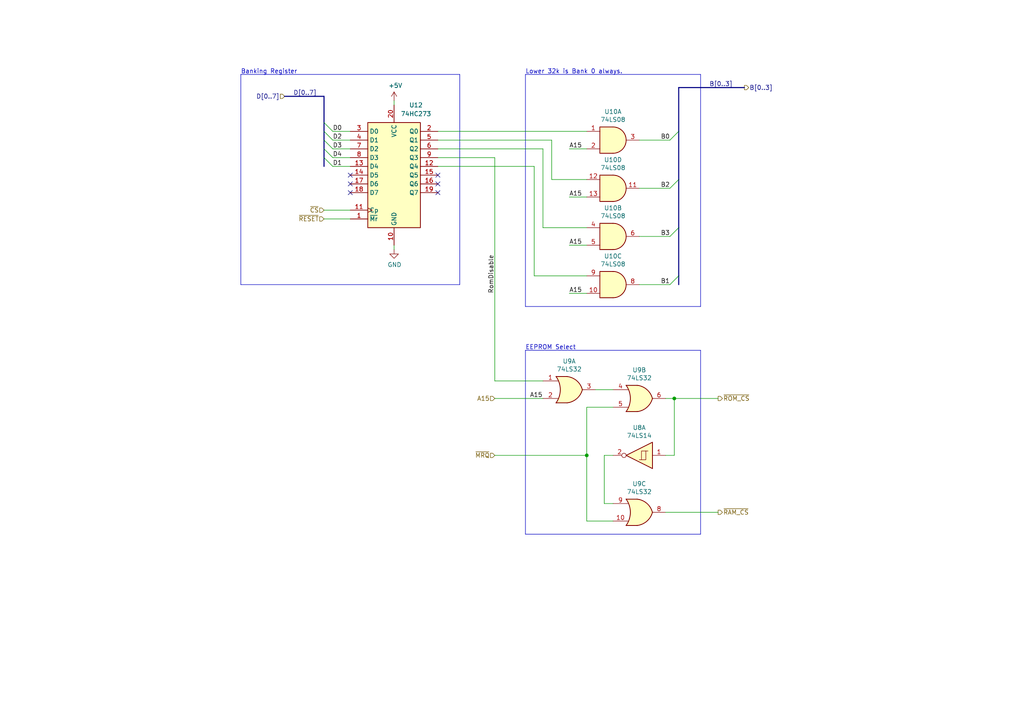
<source format=kicad_sch>
(kicad_sch (version 20230121) (generator eeschema)
  (paper "A4")
  (title_block (title "RackZ80 - Processor Board") (date "2021-03-30") (rev "1.0") (company "Jannik Kreucher"))
  (lib_symbols
    (symbol "74xx:74HC273"
      (property "Reference" "U" (at -7.62 16.51 0))
      (property "Value" "74HC273" (at -7.62 -16.51 0))
      (symbol "74HC273_1_0"
        (pin input line (at -12.7 -12.7 0) (length 5.08) (name "~{Mr}") (number "1"))
        (pin power_in line (at 0 -20.32 90) (length 5.08) (name "GND") (number "10"))
        (pin input clock (at -12.7 -10.16 0) (length 5.08) (name "Cp") (number "11"))
        (pin output line (at 12.7 2.54 180) (length 5.08) (name "Q4") (number "12"))
        (pin input line (at -12.7 2.54 0) (length 5.08) (name "D4") (number "13"))
        (pin input line (at -12.7 0 0) (length 5.08) (name "D5") (number "14"))
        (pin output line (at 12.7 0 180) (length 5.08) (name "Q5") (number "15"))
        (pin output line (at 12.7 -2.54 180) (length 5.08) (name "Q6") (number "16"))
        (pin input line (at -12.7 -2.54 0) (length 5.08) (name "D6") (number "17"))
        (pin input line (at -12.7 -5.08 0) (length 5.08) (name "D7") (number "18"))
        (pin output line (at 12.7 -5.08 180) (length 5.08) (name "Q7") (number "19"))
        (pin output line (at 12.7 12.7 180) (length 5.08) (name "Q0") (number "2"))
        (pin power_in line (at 0 20.32 270) (length 5.08) (name "VCC") (number "20"))
        (pin input line (at -12.7 12.7 0) (length 5.08) (name "D0") (number "3"))
        (pin input line (at -12.7 10.16 0) (length 5.08) (name "D1") (number "4"))
        (pin output line (at 12.7 10.16 180) (length 5.08) (name "Q1") (number "5"))
        (pin output line (at 12.7 7.62 180) (length 5.08) (name "Q2") (number "6"))
        (pin input line (at -12.7 7.62 0) (length 5.08) (name "D2") (number "7"))
        (pin input line (at -12.7 5.08 0) (length 5.08) (name "D3") (number "8"))
        (pin output line (at 12.7 5.08 180) (length 5.08) (name "Q3") (number "9"))
      )
      (symbol "74HC273_1_1"
        (rectangle (start -7.62 15.24) (end 7.62 -15.24) (stroke (width 0.254)) (fill (type background)))
      )
    )
    (symbol "74xx:74LS08" (pin_names (offset 1.016))
      (property "Reference" "U" (at 0 1.27 0))
      (property "Value" "74LS08" (at 0 -1.27 0))
      (symbol "74LS08_1_1"
        (arc (start 0 -3.81) (mid 3.7934 0) (end 0 3.81) (stroke (width 0.254)) (fill (type background)))
        (polyline (pts (xy 0 3.81) (xy -3.81 3.81) (xy -3.81 -3.81) (xy 0 -3.81)) (stroke (width 0.254)) (fill (type background)))
        (pin input line (at -7.62 2.54 0) (length 3.81) (name "~") (number "1"))
        (pin input line (at -7.62 -2.54 0) (length 3.81) (name "~") (number "2"))
        (pin output line (at 7.62 0 180) (length 3.81) (name "~") (number "3"))
      )
      (symbol "74LS08_1_2"
        (arc (start -3.81 -3.81) (mid -2.589 0) (end -3.81 3.81) (stroke (width 0.254)))
        (arc (start -0.6096 -3.81) (mid 2.1842 -2.5851) (end 3.81 0) (stroke (width 0.254)) (fill (type background)))
        (polyline (pts (xy -3.81 -3.81) (xy -0.635 -3.81)) (stroke (width 0.254)) (fill (type background)))
        (polyline (pts (xy -3.81 3.81) (xy -0.635 3.81)) (stroke (width 0.254)) (fill (type background)))
        (polyline (pts (xy -0.635 3.81) (xy -3.81 3.81) (xy -3.81 3.81) (xy -3.556 3.4036) (xy -3.0226 2.2606) (xy -2.6924 1.0414) (xy -2.6162 -0.254) (xy -2.7686 -1.4986) (xy -3.175 -2.7178) (xy -3.81 -3.81) (xy -3.81 -3.81) (xy -0.635 -3.81)) (stroke (width -25.4)) (fill (type background)))
        (arc (start 3.81 0) (mid 2.1915 2.5936) (end -0.6096 3.81) (stroke (width 0.254)) (fill (type background)))
        (pin input inverted (at -7.62 2.54 0) (length 4.318) (name "~") (number "1"))
        (pin input inverted (at -7.62 -2.54 0) (length 4.318) (name "~") (number "2"))
        (pin output inverted (at 7.62 0 180) (length 3.81) (name "~") (number "3"))
      )
      (symbol "74LS08_2_1"
        (arc (start 0 -3.81) (mid 3.7934 0) (end 0 3.81) (stroke (width 0.254)) (fill (type background)))
        (polyline (pts (xy 0 3.81) (xy -3.81 3.81) (xy -3.81 -3.81) (xy 0 -3.81)) (stroke (width 0.254)) (fill (type background)))
        (pin input line (at -7.62 2.54 0) (length 3.81) (name "~") (number "4"))
        (pin input line (at -7.62 -2.54 0) (length 3.81) (name "~") (number "5"))
        (pin output line (at 7.62 0 180) (length 3.81) (name "~") (number "6"))
      )
      (symbol "74LS08_2_2"
        (arc (start -3.81 -3.81) (mid -2.589 0) (end -3.81 3.81) (stroke (width 0.254)))
        (arc (start -0.6096 -3.81) (mid 2.1842 -2.5851) (end 3.81 0) (stroke (width 0.254)) (fill (type background)))
        (polyline (pts (xy -3.81 -3.81) (xy -0.635 -3.81)) (stroke (width 0.254)) (fill (type background)))
        (polyline (pts (xy -3.81 3.81) (xy -0.635 3.81)) (stroke (width 0.254)) (fill (type background)))
        (polyline (pts (xy -0.635 3.81) (xy -3.81 3.81) (xy -3.81 3.81) (xy -3.556 3.4036) (xy -3.0226 2.2606) (xy -2.6924 1.0414) (xy -2.6162 -0.254) (xy -2.7686 -1.4986) (xy -3.175 -2.7178) (xy -3.81 -3.81) (xy -3.81 -3.81) (xy -0.635 -3.81)) (stroke (width -25.4)) (fill (type background)))
        (arc (start 3.81 0) (mid 2.1915 2.5936) (end -0.6096 3.81) (stroke (width 0.254)) (fill (type background)))
        (pin input inverted (at -7.62 2.54 0) (length 4.318) (name "~") (number "4"))
        (pin input inverted (at -7.62 -2.54 0) (length 4.318) (name "~") (number "5"))
        (pin output inverted (at 7.62 0 180) (length 3.81) (name "~") (number "6"))
      )
      (symbol "74LS08_3_1"
        (arc (start 0 -3.81) (mid 3.7934 0) (end 0 3.81) (stroke (width 0.254)) (fill (type background)))
        (polyline (pts (xy 0 3.81) (xy -3.81 3.81) (xy -3.81 -3.81) (xy 0 -3.81)) (stroke (width 0.254)) (fill (type background)))
        (pin input line (at -7.62 -2.54 0) (length 3.81) (name "~") (number "10"))
        (pin output line (at 7.62 0 180) (length 3.81) (name "~") (number "8"))
        (pin input line (at -7.62 2.54 0) (length 3.81) (name "~") (number "9"))
      )
      (symbol "74LS08_3_2"
        (arc (start -3.81 -3.81) (mid -2.589 0) (end -3.81 3.81) (stroke (width 0.254)))
        (arc (start -0.6096 -3.81) (mid 2.1842 -2.5851) (end 3.81 0) (stroke (width 0.254)) (fill (type background)))
        (polyline (pts (xy -3.81 -3.81) (xy -0.635 -3.81)) (stroke (width 0.254)) (fill (type background)))
        (polyline (pts (xy -3.81 3.81) (xy -0.635 3.81)) (stroke (width 0.254)) (fill (type background)))
        (polyline (pts (xy -0.635 3.81) (xy -3.81 3.81) (xy -3.81 3.81) (xy -3.556 3.4036) (xy -3.0226 2.2606) (xy -2.6924 1.0414) (xy -2.6162 -0.254) (xy -2.7686 -1.4986) (xy -3.175 -2.7178) (xy -3.81 -3.81) (xy -3.81 -3.81) (xy -0.635 -3.81)) (stroke (width -25.4)) (fill (type background)))
        (arc (start 3.81 0) (mid 2.1915 2.5936) (end -0.6096 3.81) (stroke (width 0.254)) (fill (type background)))
        (pin input inverted (at -7.62 -2.54 0) (length 4.318) (name "~") (number "10"))
        (pin output inverted (at 7.62 0 180) (length 3.81) (name "~") (number "8"))
        (pin input inverted (at -7.62 2.54 0) (length 4.318) (name "~") (number "9"))
      )
      (symbol "74LS08_4_1"
        (arc (start 0 -3.81) (mid 3.7934 0) (end 0 3.81) (stroke (width 0.254)) (fill (type background)))
        (polyline (pts (xy 0 3.81) (xy -3.81 3.81) (xy -3.81 -3.81) (xy 0 -3.81)) (stroke (width 0.254)) (fill (type background)))
        (pin output line (at 7.62 0 180) (length 3.81) (name "~") (number "11"))
        (pin input line (at -7.62 2.54 0) (length 3.81) (name "~") (number "12"))
        (pin input line (at -7.62 -2.54 0) (length 3.81) (name "~") (number "13"))
      )
      (symbol "74LS08_4_2"
        (arc (start -3.81 -3.81) (mid -2.589 0) (end -3.81 3.81) (stroke (width 0.254)))
        (arc (start -0.6096 -3.81) (mid 2.1842 -2.5851) (end 3.81 0) (stroke (width 0.254)) (fill (type background)))
        (polyline (pts (xy -3.81 -3.81) (xy -0.635 -3.81)) (stroke (width 0.254)) (fill (type background)))
        (polyline (pts (xy -3.81 3.81) (xy -0.635 3.81)) (stroke (width 0.254)) (fill (type background)))
        (polyline (pts (xy -0.635 3.81) (xy -3.81 3.81) (xy -3.81 3.81) (xy -3.556 3.4036) (xy -3.0226 2.2606) (xy -2.6924 1.0414) (xy -2.6162 -0.254) (xy -2.7686 -1.4986) (xy -3.175 -2.7178) (xy -3.81 -3.81) (xy -3.81 -3.81) (xy -0.635 -3.81)) (stroke (width -25.4)) (fill (type background)))
        (arc (start 3.81 0) (mid 2.1915 2.5936) (end -0.6096 3.81) (stroke (width 0.254)) (fill (type background)))
        (pin output inverted (at 7.62 0 180) (length 3.81) (name "~") (number "11"))
        (pin input inverted (at -7.62 2.54 0) (length 4.318) (name "~") (number "12"))
        (pin input inverted (at -7.62 -2.54 0) (length 4.318) (name "~") (number "13"))
      )
      (symbol "74LS08_5_0"
        (pin power_in line (at 0 12.7 270) (length 5.08) (name "VCC") (number "14"))
        (pin power_in line (at 0 -12.7 90) (length 5.08) (name "GND") (number "7"))
      )
      (symbol "74LS08_5_1"
        (rectangle (start -5.08 7.62) (end 5.08 -7.62) (stroke (width 0.254)) (fill (type background)))
      )
    )
    (symbol "74xx:74LS14" (pin_names (offset 1.016))
      (property "Reference" "U" (at 0 1.27 0))
      (property "Value" "74LS14" (at 0 -1.27 0))
      (symbol "74LS14_1_0"
        (polyline (pts (xy -3.81 3.81) (xy -3.81 -3.81) (xy 3.81 0) (xy -3.81 3.81)) (stroke (width 0.254)) (fill (type background)))
        (pin input line (at -7.62 0 0) (length 3.81) (name "~") (number "1"))
        (pin output inverted (at 7.62 0 180) (length 3.81) (name "~") (number "2"))
      )
      (symbol "74LS14_1_1"
        (polyline (pts (xy -1.905 -1.27) (xy -1.905 1.27) (xy -0.635 1.27)))
        (polyline (pts (xy -2.54 -1.27) (xy -0.635 -1.27) (xy -0.635 1.27) (xy 0 1.27)))
      )
      (symbol "74LS14_2_0"
        (polyline (pts (xy -3.81 3.81) (xy -3.81 -3.81) (xy 3.81 0) (xy -3.81 3.81)) (stroke (width 0.254)) (fill (type background)))
        (pin input line (at -7.62 0 0) (length 3.81) (name "~") (number "3"))
        (pin output inverted (at 7.62 0 180) (length 3.81) (name "~") (number "4"))
      )
      (symbol "74LS14_2_1"
        (polyline (pts (xy -1.905 -1.27) (xy -1.905 1.27) (xy -0.635 1.27)))
        (polyline (pts (xy -2.54 -1.27) (xy -0.635 -1.27) (xy -0.635 1.27) (xy 0 1.27)))
      )
      (symbol "74LS14_3_0"
        (polyline (pts (xy -3.81 3.81) (xy -3.81 -3.81) (xy 3.81 0) (xy -3.81 3.81)) (stroke (width 0.254)) (fill (type background)))
        (pin input line (at -7.62 0 0) (length 3.81) (name "~") (number "5"))
        (pin output inverted (at 7.62 0 180) (length 3.81) (name "~") (number "6"))
      )
      (symbol "74LS14_3_1"
        (polyline (pts (xy -1.905 -1.27) (xy -1.905 1.27) (xy -0.635 1.27)))
        (polyline (pts (xy -2.54 -1.27) (xy -0.635 -1.27) (xy -0.635 1.27) (xy 0 1.27)))
      )
      (symbol "74LS14_4_0"
        (polyline (pts (xy -3.81 3.81) (xy -3.81 -3.81) (xy 3.81 0) (xy -3.81 3.81)) (stroke (width 0.254)) (fill (type background)))
        (pin output inverted (at 7.62 0 180) (length 3.81) (name "~") (number "8"))
        (pin input line (at -7.62 0 0) (length 3.81) (name "~") (number "9"))
      )
      (symbol "74LS14_4_1"
        (polyline (pts (xy -1.905 -1.27) (xy -1.905 1.27) (xy -0.635 1.27)))
        (polyline (pts (xy -2.54 -1.27) (xy -0.635 -1.27) (xy -0.635 1.27) (xy 0 1.27)))
      )
      (symbol "74LS14_5_0"
        (polyline (pts (xy -3.81 3.81) (xy -3.81 -3.81) (xy 3.81 0) (xy -3.81 3.81)) (stroke (width 0.254)) (fill (type background)))
        (pin output inverted (at 7.62 0 180) (length 3.81) (name "~") (number "10"))
        (pin input line (at -7.62 0 0) (length 3.81) (name "~") (number "11"))
      )
      (symbol "74LS14_5_1"
        (polyline (pts (xy -1.905 -1.27) (xy -1.905 1.27) (xy -0.635 1.27)))
        (polyline (pts (xy -2.54 -1.27) (xy -0.635 -1.27) (xy -0.635 1.27) (xy 0 1.27)))
      )
      (symbol "74LS14_6_0"
        (polyline (pts (xy -3.81 3.81) (xy -3.81 -3.81) (xy 3.81 0) (xy -3.81 3.81)) (stroke (width 0.254)) (fill (type background)))
        (pin output inverted (at 7.62 0 180) (length 3.81) (name "~") (number "12"))
        (pin input line (at -7.62 0 0) (length 3.81) (name "~") (number "13"))
      )
      (symbol "74LS14_6_1"
        (polyline (pts (xy -1.905 -1.27) (xy -1.905 1.27) (xy -0.635 1.27)))
        (polyline (pts (xy -2.54 -1.27) (xy -0.635 -1.27) (xy -0.635 1.27) (xy 0 1.27)))
      )
      (symbol "74LS14_7_0"
        (pin power_in line (at 0 12.7 270) (length 5.08) (name "VCC") (number "14"))
        (pin power_in line (at 0 -12.7 90) (length 5.08) (name "GND") (number "7"))
      )
      (symbol "74LS14_7_1"
        (rectangle (start -5.08 7.62) (end 5.08 -7.62) (stroke (width 0.254)) (fill (type background)))
      )
    )
    (symbol "74xx:74LS32" (pin_names (offset 1.016))
      (property "Reference" "U" (at 0 1.27 0))
      (property "Value" "74LS32" (at 0 -1.27 0))
      (symbol "74LS32_1_1"
        (arc (start -3.81 -3.81) (mid -2.589 0) (end -3.81 3.81) (stroke (width 0.254)))
        (arc (start -0.6096 -3.81) (mid 2.1842 -2.5851) (end 3.81 0) (stroke (width 0.254)) (fill (type background)))
        (polyline (pts (xy -3.81 -3.81) (xy -0.635 -3.81)) (stroke (width 0.254)) (fill (type background)))
        (polyline (pts (xy -3.81 3.81) (xy -0.635 3.81)) (stroke (width 0.254)) (fill (type background)))
        (polyline (pts (xy -0.635 3.81) (xy -3.81 3.81) (xy -3.81 3.81) (xy -3.556 3.4036) (xy -3.0226 2.2606) (xy -2.6924 1.0414) (xy -2.6162 -0.254) (xy -2.7686 -1.4986) (xy -3.175 -2.7178) (xy -3.81 -3.81) (xy -3.81 -3.81) (xy -0.635 -3.81)) (stroke (width -25.4)) (fill (type background)))
        (arc (start 3.81 0) (mid 2.1915 2.5936) (end -0.6096 3.81) (stroke (width 0.254)) (fill (type background)))
        (pin input line (at -7.62 2.54 0) (length 4.318) (name "~") (number "1"))
        (pin input line (at -7.62 -2.54 0) (length 4.318) (name "~") (number "2"))
        (pin output line (at 7.62 0 180) (length 3.81) (name "~") (number "3"))
      )
      (symbol "74LS32_1_2"
        (arc (start 0 -3.81) (mid 3.7934 0) (end 0 3.81) (stroke (width 0.254)) (fill (type background)))
        (polyline (pts (xy 0 3.81) (xy -3.81 3.81) (xy -3.81 -3.81) (xy 0 -3.81)) (stroke (width 0.254)) (fill (type background)))
        (pin input inverted (at -7.62 2.54 0) (length 3.81) (name "~") (number "1"))
        (pin input inverted (at -7.62 -2.54 0) (length 3.81) (name "~") (number "2"))
        (pin output inverted (at 7.62 0 180) (length 3.81) (name "~") (number "3"))
      )
      (symbol "74LS32_2_1"
        (arc (start -3.81 -3.81) (mid -2.589 0) (end -3.81 3.81) (stroke (width 0.254)))
        (arc (start -0.6096 -3.81) (mid 2.1842 -2.5851) (end 3.81 0) (stroke (width 0.254)) (fill (type background)))
        (polyline (pts (xy -3.81 -3.81) (xy -0.635 -3.81)) (stroke (width 0.254)) (fill (type background)))
        (polyline (pts (xy -3.81 3.81) (xy -0.635 3.81)) (stroke (width 0.254)) (fill (type background)))
        (polyline (pts (xy -0.635 3.81) (xy -3.81 3.81) (xy -3.81 3.81) (xy -3.556 3.4036) (xy -3.0226 2.2606) (xy -2.6924 1.0414) (xy -2.6162 -0.254) (xy -2.7686 -1.4986) (xy -3.175 -2.7178) (xy -3.81 -3.81) (xy -3.81 -3.81) (xy -0.635 -3.81)) (stroke (width -25.4)) (fill (type background)))
        (arc (start 3.81 0) (mid 2.1915 2.5936) (end -0.6096 3.81) (stroke (width 0.254)) (fill (type background)))
        (pin input line (at -7.62 2.54 0) (length 4.318) (name "~") (number "4"))
        (pin input line (at -7.62 -2.54 0) (length 4.318) (name "~") (number "5"))
        (pin output line (at 7.62 0 180) (length 3.81) (name "~") (number "6"))
      )
      (symbol "74LS32_2_2"
        (arc (start 0 -3.81) (mid 3.7934 0) (end 0 3.81) (stroke (width 0.254)) (fill (type background)))
        (polyline (pts (xy 0 3.81) (xy -3.81 3.81) (xy -3.81 -3.81) (xy 0 -3.81)) (stroke (width 0.254)) (fill (type background)))
        (pin input inverted (at -7.62 2.54 0) (length 3.81) (name "~") (number "4"))
        (pin input inverted (at -7.62 -2.54 0) (length 3.81) (name "~") (number "5"))
        (pin output inverted (at 7.62 0 180) (length 3.81) (name "~") (number "6"))
      )
      (symbol "74LS32_3_1"
        (arc (start -3.81 -3.81) (mid -2.589 0) (end -3.81 3.81) (stroke (width 0.254)))
        (arc (start -0.6096 -3.81) (mid 2.1842 -2.5851) (end 3.81 0) (stroke (width 0.254)) (fill (type background)))
        (polyline (pts (xy -3.81 -3.81) (xy -0.635 -3.81)) (stroke (width 0.254)) (fill (type background)))
        (polyline (pts (xy -3.81 3.81) (xy -0.635 3.81)) (stroke (width 0.254)) (fill (type background)))
        (polyline (pts (xy -0.635 3.81) (xy -3.81 3.81) (xy -3.81 3.81) (xy -3.556 3.4036) (xy -3.0226 2.2606) (xy -2.6924 1.0414) (xy -2.6162 -0.254) (xy -2.7686 -1.4986) (xy -3.175 -2.7178) (xy -3.81 -3.81) (xy -3.81 -3.81) (xy -0.635 -3.81)) (stroke (width -25.4)) (fill (type background)))
        (arc (start 3.81 0) (mid 2.1915 2.5936) (end -0.6096 3.81) (stroke (width 0.254)) (fill (type background)))
        (pin input line (at -7.62 -2.54 0) (length 4.318) (name "~") (number "10"))
        (pin output line (at 7.62 0 180) (length 3.81) (name "~") (number "8"))
        (pin input line (at -7.62 2.54 0) (length 4.318) (name "~") (number "9"))
      )
      (symbol "74LS32_3_2"
        (arc (start 0 -3.81) (mid 3.7934 0) (end 0 3.81) (stroke (width 0.254)) (fill (type background)))
        (polyline (pts (xy 0 3.81) (xy -3.81 3.81) (xy -3.81 -3.81) (xy 0 -3.81)) (stroke (width 0.254)) (fill (type background)))
        (pin input inverted (at -7.62 -2.54 0) (length 3.81) (name "~") (number "10"))
        (pin output inverted (at 7.62 0 180) (length 3.81) (name "~") (number "8"))
        (pin input inverted (at -7.62 2.54 0) (length 3.81) (name "~") (number "9"))
      )
      (symbol "74LS32_4_1"
        (arc (start -3.81 -3.81) (mid -2.589 0) (end -3.81 3.81) (stroke (width 0.254)))
        (arc (start -0.6096 -3.81) (mid 2.1842 -2.5851) (end 3.81 0) (stroke (width 0.254)) (fill (type background)))
        (polyline (pts (xy -3.81 -3.81) (xy -0.635 -3.81)) (stroke (width 0.254)) (fill (type background)))
        (polyline (pts (xy -3.81 3.81) (xy -0.635 3.81)) (stroke (width 0.254)) (fill (type background)))
        (polyline (pts (xy -0.635 3.81) (xy -3.81 3.81) (xy -3.81 3.81) (xy -3.556 3.4036) (xy -3.0226 2.2606) (xy -2.6924 1.0414) (xy -2.6162 -0.254) (xy -2.7686 -1.4986) (xy -3.175 -2.7178) (xy -3.81 -3.81) (xy -3.81 -3.81) (xy -0.635 -3.81)) (stroke (width -25.4)) (fill (type background)))
        (arc (start 3.81 0) (mid 2.1915 2.5936) (end -0.6096 3.81) (stroke (width 0.254)) (fill (type background)))
        (pin output line (at 7.62 0 180) (length 3.81) (name "~") (number "11"))
        (pin input line (at -7.62 2.54 0) (length 4.318) (name "~") (number "12"))
        (pin input line (at -7.62 -2.54 0) (length 4.318) (name "~") (number "13"))
      )
      (symbol "74LS32_4_2"
        (arc (start 0 -3.81) (mid 3.7934 0) (end 0 3.81) (stroke (width 0.254)) (fill (type background)))
        (polyline (pts (xy 0 3.81) (xy -3.81 3.81) (xy -3.81 -3.81) (xy 0 -3.81)) (stroke (width 0.254)) (fill (type background)))
        (pin output inverted (at 7.62 0 180) (length 3.81) (name "~") (number "11"))
        (pin input inverted (at -7.62 2.54 0) (length 3.81) (name "~") (number "12"))
        (pin input inverted (at -7.62 -2.54 0) (length 3.81) (name "~") (number "13"))
      )
      (symbol "74LS32_5_0"
        (pin power_in line (at 0 12.7 270) (length 5.08) (name "VCC") (number "14"))
        (pin power_in line (at 0 -12.7 90) (length 5.08) (name "GND") (number "7"))
      )
      (symbol "74LS32_5_1"
        (rectangle (start -5.08 7.62) (end 5.08 -7.62) (stroke (width 0.254)) (fill (type background)))
      )
    )
    (symbol "power:+5V" (power) (pin_names (offset 0))
      (property "Value" "+5V" (at 0 3.556 0))
      (symbol "+5V_0_1"
        (polyline (pts (xy -0.762 1.27) (xy 0 2.54)))
        (polyline (pts (xy 0 0) (xy 0 2.54)))
        (polyline (pts (xy 0 2.54) (xy 0.762 1.27)))
      )
      (symbol "+5V_1_1"
        (pin power_in line (at 0 0 90) (length 0) hide (name "+5V") (number "1"))
      )
    )
    (symbol "power:GND" (power) (pin_names (offset 0))
      (property "Value" "GND" (at 0 -3.81 0))
      (symbol "GND_0_1"
        (polyline (pts (xy 0 0) (xy 0 -1.27) (xy 1.27 -1.27) (xy 0 -2.54) (xy -1.27 -1.27) (xy 0 -1.27)))
      )
      (symbol "GND_1_1"
        (pin power_in line (at 0 0 270) (length 0) hide (name "GND") (number "1"))
      )
    )
  )
  (junction (at 195.58 115.57))
  (junction (at 170.18 132.08))
  (no_connect (at 101.6 50.8))
  (no_connect (at 127 53.34))
  (no_connect (at 127 50.8))
  (no_connect (at 127 55.88))
  (no_connect (at 101.6 53.34))
  (no_connect (at 101.6 55.88))
  (bus_entry (at 93.98 38.1) (size 2.54 2.54))
  (bus_entry (at 93.98 40.64) (size 2.54 2.54))
  (bus_entry (at 194.31 40.64) (size 2.54 -2.54))
  (bus_entry (at 93.98 45.72) (size 2.54 2.54))
  (bus_entry (at 93.98 43.18) (size 2.54 2.54))
  (bus_entry (at 194.31 54.61) (size 2.54 -2.54))
  (bus_entry (at 93.98 35.56) (size 2.54 2.54))
  (bus_entry (at 194.31 68.58) (size 2.54 -2.54))
  (bus_entry (at 194.31 82.55) (size 2.54 -2.54))
  (wire (pts (xy 143.51 45.72) (xy 143.51 110.49)))
  (wire (pts (xy 193.04 148.59) (xy 208.28 148.59)))
  (bus (pts (xy 196.85 25.4) (xy 196.85 38.1)))
  (wire (pts (xy 170.18 151.13) (xy 170.18 132.08)))
  (wire (pts (xy 101.6 43.18) (xy 96.52 43.18)))
  (wire (pts (xy 175.26 132.08) (xy 175.26 146.05)))
  (bus (pts (xy 196.85 66.04) (xy 196.85 80.01)))
  (wire (pts (xy 177.8 132.08) (xy 175.26 132.08)))
  (bus (pts (xy 93.98 38.1) (xy 93.98 40.64)))
  (wire (pts (xy 185.42 68.58) (xy 194.31 68.58)))
  (polyline (pts (xy 203.2 101.6) (xy 203.2 154.94)))
  (wire (pts (xy 154.94 80.01) (xy 170.18 80.01)))
  (wire (pts (xy 185.42 54.61) (xy 194.31 54.61)))
  (polyline (pts (xy 133.35 82.55) (xy 133.35 21.59)))
  (polyline (pts (xy 152.4 21.59) (xy 152.4 88.9)))
  (wire (pts (xy 160.02 52.07) (xy 170.18 52.07)))
  (bus (pts (xy 196.85 80.01) (xy 196.85 82.55)))
  (wire (pts (xy 160.02 40.64) (xy 127 40.64)))
  (wire (pts (xy 160.02 40.64) (xy 160.02 52.07)))
  (wire (pts (xy 177.8 151.13) (xy 170.18 151.13)))
  (wire (pts (xy 114.3 71.12) (xy 114.3 72.39)))
  (wire (pts (xy 185.42 82.55) (xy 194.31 82.55)))
  (wire (pts (xy 101.6 63.5) (xy 93.98 63.5)))
  (bus (pts (xy 93.98 43.18) (xy 93.98 45.72)))
  (wire (pts (xy 101.6 48.26) (xy 96.52 48.26)))
  (wire (pts (xy 170.18 71.12) (xy 165.1 71.12)))
  (polyline (pts (xy 152.4 101.6) (xy 203.2 101.6)))
  (wire (pts (xy 170.18 132.08) (xy 170.18 118.11)))
  (wire (pts (xy 127 48.26) (xy 154.94 48.26)))
  (wire (pts (xy 170.18 132.08) (xy 143.51 132.08)))
  (wire (pts (xy 195.58 132.08) (xy 193.04 132.08)))
  (wire (pts (xy 127 43.18) (xy 157.48 43.18)))
  (wire (pts (xy 157.48 66.04) (xy 170.18 66.04)))
  (wire (pts (xy 170.18 38.1) (xy 127 38.1)))
  (wire (pts (xy 175.26 146.05) (xy 177.8 146.05)))
  (wire (pts (xy 195.58 115.57) (xy 208.28 115.57)))
  (polyline (pts (xy 203.2 21.59) (xy 152.4 21.59)))
  (wire (pts (xy 101.6 38.1) (xy 96.52 38.1)))
  (wire (pts (xy 170.18 43.18) (xy 165.1 43.18)))
  (wire (pts (xy 114.3 29.21) (xy 114.3 30.48)))
  (bus (pts (xy 93.98 35.56) (xy 93.98 38.1)))
  (wire (pts (xy 93.98 60.96) (xy 101.6 60.96)))
  (wire (pts (xy 127 45.72) (xy 143.51 45.72)))
  (wire (pts (xy 193.04 115.57) (xy 195.58 115.57)))
  (polyline (pts (xy 203.2 154.94) (xy 152.4 154.94)))
  (bus (pts (xy 196.85 52.07) (xy 196.85 66.04)))
  (polyline (pts (xy 69.85 82.55) (xy 133.35 82.55)))
  (bus (pts (xy 93.98 27.94) (xy 93.98 35.56)))
  (polyline (pts (xy 203.2 88.9) (xy 203.2 21.59)))
  (polyline (pts (xy 152.4 101.6) (xy 152.4 154.94)))
  (wire (pts (xy 195.58 115.57) (xy 195.58 132.08)))
  (wire (pts (xy 170.18 85.09) (xy 165.1 85.09)))
  (wire (pts (xy 157.48 43.18) (xy 157.48 66.04)))
  (bus (pts (xy 93.98 45.72) (xy 93.98 48.26)))
  (polyline (pts (xy 152.4 88.9) (xy 203.2 88.9)))
  (wire (pts (xy 170.18 57.15) (xy 165.1 57.15)))
  (wire (pts (xy 101.6 45.72) (xy 96.52 45.72)))
  (wire (pts (xy 172.72 113.03) (xy 177.8 113.03)))
  (polyline (pts (xy 69.85 21.59) (xy 69.85 82.55)))
  (wire (pts (xy 101.6 40.64) (xy 96.52 40.64)))
  (wire (pts (xy 143.51 115.57) (xy 157.48 115.57)))
  (bus (pts (xy 93.98 40.64) (xy 93.98 43.18)))
  (bus (pts (xy 196.85 25.4) (xy 215.9 25.4)))
  (polyline (pts (xy 69.85 21.59) (xy 133.35 21.59)))
  (wire (pts (xy 154.94 48.26) (xy 154.94 80.01)))
  (wire (pts (xy 185.42 40.64) (xy 194.31 40.64)))
  (bus (pts (xy 196.85 38.1) (xy 196.85 52.07)))
  (wire (pts (xy 143.51 110.49) (xy 157.48 110.49)))
  (wire (pts (xy 177.8 118.11) (xy 170.18 118.11)))
  (bus (pts (xy 82.55 27.94) (xy 93.98 27.94)))
  (text "Banking Register" (at 69.85 21.59 0) (effects (font (size 1.27 1.27)) (justify left bottom)))
  (text "Lower 32k is Bank 0 always." (at 152.4 21.59 0) (effects (font (size 1.27 1.27)) (justify left bottom)))
  (text "EEPROM Select" (at 152.4 101.6 0) (effects (font (size 1.27 1.27)) (justify left bottom)))
  (label "D[0..7]" (at 85.09 27.94 0))
  (label "A15" (at 153.67 115.57 0))
  (label "D0" (at 96.52 38.1 0))
  (label "A15" (at 165.1 71.12 0))
  (label "A15" (at 165.1 57.15 0))
  (label "D2" (at 96.52 40.64 0))
  (label "B1" (at 194.31 82.55 180))
  (label "B3" (at 194.31 68.58 180))
  (label "D1" (at 96.52 48.26 0))
  (label "B0" (at 194.31 40.64 180))
  (label "RomDisable" (at 143.51 85.09 90))
  (label "A15" (at 165.1 85.09 0))
  (label "B2" (at 194.31 54.61 180))
  (label "D3" (at 96.52 43.18 0))
  (label "D4" (at 96.52 45.72 0))
  (label "A15" (at 165.1 43.18 0))
  (label "B[0..3]" (at 205.74 25.4 0))
  (hierarchical_label "A15" (shape input) (at 143.51 115.57 180))
  (hierarchical_label "~{CS}" (shape input) (at 93.98 60.96 180))
  (hierarchical_label "~{ROM_CS}" (shape output) (at 208.28 115.57 0))
  (hierarchical_label "D[0..7]" (shape input) (at 82.55 27.94 180))
  (hierarchical_label "~{MRQ}" (shape input) (at 143.51 132.08 180))
  (hierarchical_label "B[0..3]" (shape output) (at 215.9 25.4 0))
  (hierarchical_label "~{RAM_CS}" (shape output) (at 208.28 148.59 0))
  (hierarchical_label "~{RESET}" (shape input) (at 93.98 63.5 180))
  (symbol (lib_id "74xx:74HC273") (at 114.3 50.8 0) (unit 1)
    (property "Reference" "U12" (at 120.65 30.48 0))
    (property "Value" "74HC273" (at 120.65 33.02 0))
    (property "Footprint" "rackz80_footprints:DIP-20_Socket" (effects hide))
    (property "Datasheet" "https://assets.nexperia.com/documents/data-sheet/74HC_HCT273.pdf" (effects hide))
  )
  (symbol (lib_id "power:+5V") (at 114.3 29.21 0) (unit 1)
    (property "Reference" "#PWR035" (effects hide))
    (property "Value" "+5V" (at 114.681 24.8158 0))
  )
  (symbol (lib_id "power:GND") (at 114.3 72.39 0) (unit 1)
    (property "Reference" "#PWR036" (effects hide))
    (property "Value" "GND" (at 114.427 76.7842 0))
  )
  (symbol (lib_id "74xx:74LS08") (at 177.8 40.64 0) (unit 1)
    (property "Reference" "U10" (at 177.8 32.385 0))
    (property "Value" "74LS08" (at 177.8 34.6964 0))
    (property "Footprint" "rackz80_footprints:DIP-14_Socket" (effects hide))
    (property "Datasheet" "http://www.ti.com/lit/gpn/sn74LS08" (effects hide))
  )
  (symbol (lib_id "74xx:74LS08") (at 177.8 68.58 0) (unit 2)
    (property "Reference" "U10" (at 177.8 60.325 0))
    (property "Value" "74LS08" (at 177.8 62.6364 0))
    (property "Footprint" "rackz80_footprints:DIP-14_Socket" (effects hide))
    (property "Datasheet" "http://www.ti.com/lit/gpn/sn74LS08" (effects hide))
  )
  (symbol (lib_id "74xx:74LS08") (at 177.8 82.55 0) (unit 3)
    (property "Reference" "U10" (at 177.8 74.295 0))
    (property "Value" "74LS08" (at 177.8 76.6064 0))
    (property "Footprint" "rackz80_footprints:DIP-14_Socket" (effects hide))
    (property "Datasheet" "http://www.ti.com/lit/gpn/sn74LS08" (effects hide))
  )
  (symbol (lib_id "74xx:74LS08") (at 177.8 54.61 0) (unit 4)
    (property "Reference" "U10" (at 177.8 46.355 0))
    (property "Value" "74LS08" (at 177.8 48.6664 0))
    (property "Footprint" "rackz80_footprints:DIP-14_Socket" (effects hide))
    (property "Datasheet" "http://www.ti.com/lit/gpn/sn74LS08" (effects hide))
  )
  (symbol (lib_id "74xx:74LS32") (at 165.1 113.03 0) (unit 1)
    (property "Reference" "U9" (at 165.1 104.775 0))
    (property "Value" "74LS32" (at 165.1 107.0864 0))
    (property "Footprint" "rackz80_footprints:DIP-14_Socket" (effects hide))
    (property "Datasheet" "http://www.ti.com/lit/gpn/sn74LS32" (effects hide))
  )
  (symbol (lib_id "74xx:74LS32") (at 185.42 115.57 0) (unit 2)
    (property "Reference" "U9" (at 185.42 107.315 0))
    (property "Value" "74LS32" (at 185.42 109.6264 0))
    (property "Footprint" "rackz80_footprints:DIP-14_Socket" (effects hide))
    (property "Datasheet" "http://www.ti.com/lit/gpn/sn74LS32" (effects hide))
  )
  (symbol (lib_id "74xx:74LS32") (at 185.42 148.59 0) (unit 3)
    (property "Reference" "U9" (at 185.42 140.335 0))
    (property "Value" "74LS32" (at 185.42 142.6464 0))
    (property "Footprint" "rackz80_footprints:DIP-14_Socket" (effects hide))
    (property "Datasheet" "http://www.ti.com/lit/gpn/sn74LS32" (effects hide))
  )
  (symbol (lib_id "74xx:74LS14") (at 185.42 132.08 180) (unit 1)
    (property "Reference" "U8" (at 185.42 124.0282 0))
    (property "Value" "74LS14" (at 185.42 126.3396 0))
    (property "Footprint" "rackz80_footprints:DIP-14_Socket" (effects hide))
    (property "Datasheet" "http://www.ti.com/lit/gpn/sn74LS14" (effects hide))
  )
)
</source>
